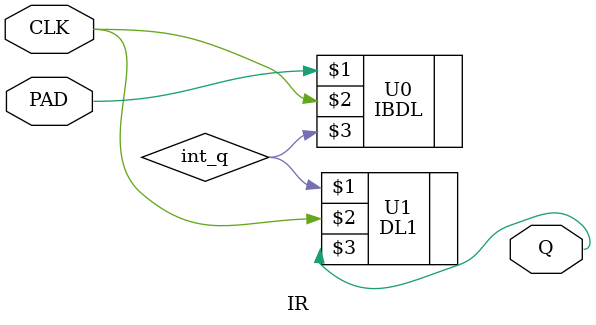
<source format=v>
module IR ( PAD, CLK, Q);

input PAD, CLK;
output Q;

	IBDL	U0 (PAD, CLK, int_q);
	DL1	U1 (int_q, CLK, Q);

endmodule

</source>
